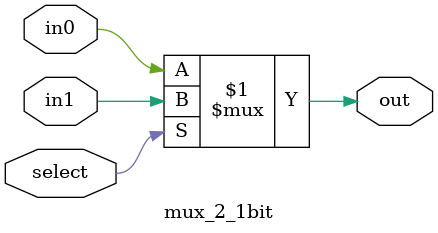
<source format=v>

module mux_2_1bit(out, select, in0, in1);

    input select;
    input in0, in1;
    output out;

    assign out = select? in1:in0;

endmodule

</source>
